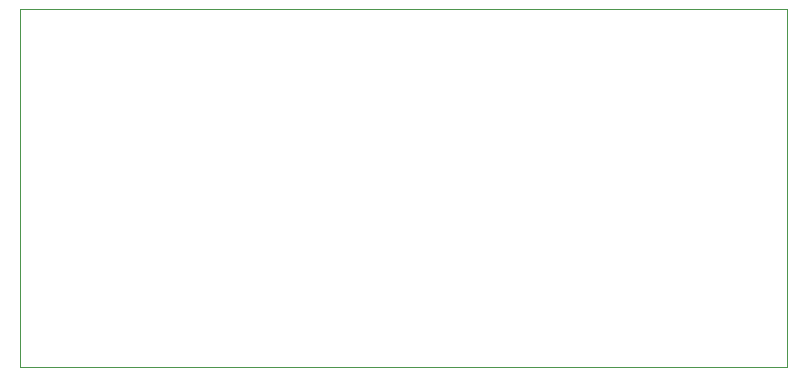
<source format=gbr>
G04 #@! TF.GenerationSoftware,KiCad,Pcbnew,7.0.7-2.fc38*
G04 #@! TF.CreationDate,2023-10-29T11:35:09+01:00*
G04 #@! TF.ProjectId,mangopimqpro-lan8720,6d616e67-6f70-4696-9d71-70726f2d6c61,rev?*
G04 #@! TF.SameCoordinates,Original*
G04 #@! TF.FileFunction,Profile,NP*
%FSLAX46Y46*%
G04 Gerber Fmt 4.6, Leading zero omitted, Abs format (unit mm)*
G04 Created by KiCad (PCBNEW 7.0.7-2.fc38) date 2023-10-29 11:35:09*
%MOMM*%
%LPD*%
G01*
G04 APERTURE LIST*
G04 #@! TA.AperFunction,Profile*
%ADD10C,0.050000*%
G04 #@! TD*
G04 APERTURE END LIST*
D10*
X12500000Y-24500000D02*
X77500000Y-24500000D01*
X77500000Y-54750000D01*
X12500000Y-54750000D01*
X12500000Y-24500000D01*
M02*

</source>
